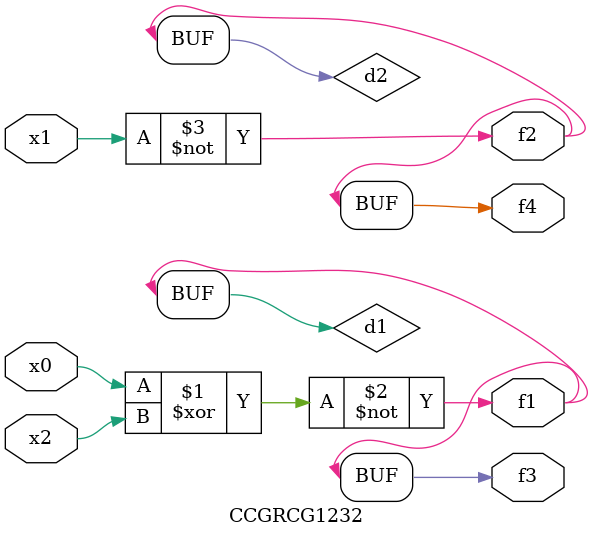
<source format=v>
module CCGRCG1232(
	input x0, x1, x2,
	output f1, f2, f3, f4
);

	wire d1, d2, d3;

	xnor (d1, x0, x2);
	nand (d2, x1);
	nor (d3, x1, x2);
	assign f1 = d1;
	assign f2 = d2;
	assign f3 = d1;
	assign f4 = d2;
endmodule

</source>
